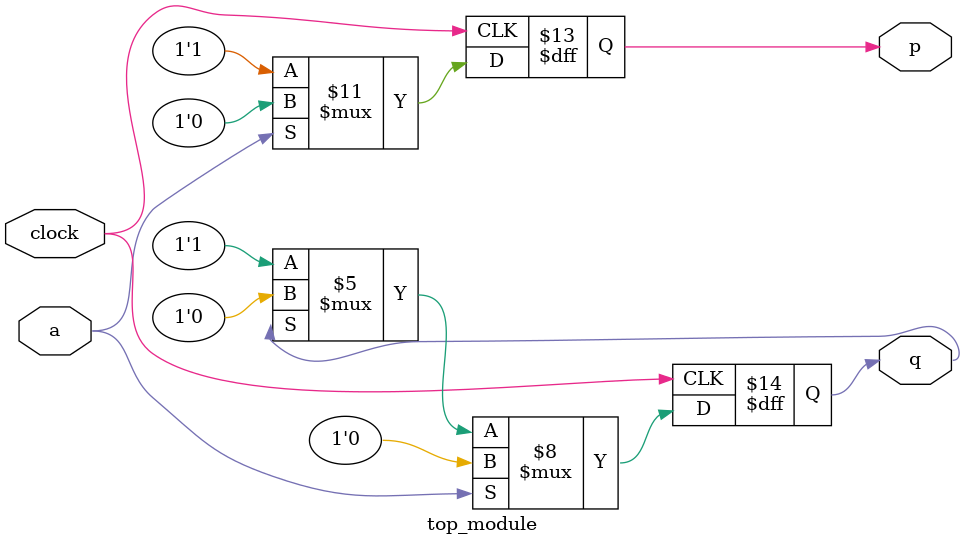
<source format=sv>
module top_module (
    input clock,
    input a,
    output reg p,
    output reg q
);

always @(posedge clock) begin
    if (a == 1'b1) begin
        p <= 1'b0;
        q <= 1'b0;
    end else begin
        p <= 1'b1;
        if (q == 1'b1)
            q <= 1'b0;
        else
            q <= 1'b1;
    end
end

endmodule

</source>
